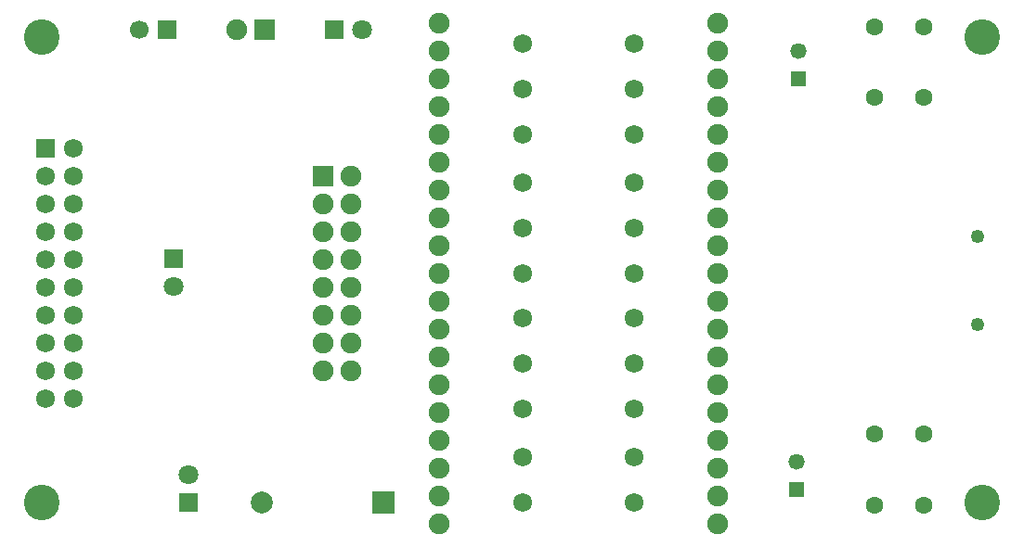
<source format=gbr>
G04 DipTrace 3.3.1.3*
G04 BottomMask.gbr*
%MOIN*%
G04 #@! TF.FileFunction,Soldermask,Bot*
G04 #@! TF.Part,Single*
%ADD19R,0.070866X0.070866*%
%ADD27R,0.066929X0.066929*%
%ADD28C,0.066929*%
%ADD43C,0.127953*%
%ADD44C,0.049213*%
%ADD62C,0.062992*%
%ADD64C,0.067874*%
%ADD66C,0.074803*%
%ADD67R,0.074803X0.074803*%
%ADD70C,0.067874*%
%ADD72R,0.067874X0.067874*%
%ADD74R,0.057874X0.057874*%
%ADD76C,0.057874*%
%ADD78C,0.07874*%
%ADD79R,0.07874X0.07874*%
%ADD80C,0.070866*%
%FSLAX26Y26*%
G04*
G70*
G90*
G75*
G01*
G04 BotMask*
%LPD*%
D19*
X1068701Y543702D3*
D80*
Y643702D3*
X1693701Y2243702D3*
D19*
X1593701D3*
D80*
X1016773Y1321851D3*
D19*
Y1421851D3*
D79*
X1768701Y543702D3*
D78*
X1333661D3*
D76*
X3252075Y690430D3*
D74*
Y590430D3*
D76*
X3259953Y2166876D3*
D74*
Y2066876D3*
D43*
X543701Y2218702D3*
Y543702D3*
X3918701D3*
Y2218702D3*
D72*
X555643Y1818702D3*
D70*
Y1718702D3*
Y1618702D3*
Y1518702D3*
Y1418702D3*
Y1318702D3*
Y1218702D3*
Y1118702D3*
Y1018702D3*
Y918702D3*
X655643D3*
Y1018702D3*
Y1118702D3*
Y1218702D3*
Y1318702D3*
Y1418702D3*
Y1518702D3*
Y1618702D3*
Y1718702D3*
Y1818702D3*
D27*
X993701Y2243702D3*
D28*
X893701D3*
D67*
X1343701D3*
D66*
X1243701D3*
D67*
X1551316Y1718702D3*
D66*
X1651316D3*
X1551316Y1618702D3*
X1651316D3*
X1551316Y1518702D3*
X1651316D3*
X1551316Y1418702D3*
X1651316D3*
X1551316Y1318702D3*
X1651316D3*
X1551316Y1218702D3*
X1651316D3*
X1551316Y1118702D3*
X1651316D3*
X1551316Y1018702D3*
X1651316D3*
D70*
X2668701Y1868702D3*
D64*
X2268701D3*
D70*
X2668701Y2193702D3*
D64*
X2268701D3*
D70*
X2668701Y1368702D3*
D64*
X2268701D3*
D70*
X2668701Y543702D3*
D64*
X2268701D3*
D70*
X2668701Y881202D3*
D64*
X2268701D3*
D70*
X2668701Y1531202D3*
D64*
X2268701D3*
D70*
X2668701Y1206202D3*
D64*
X2268701D3*
D70*
Y706202D3*
D64*
X2668701D3*
D70*
X2268701Y2031202D3*
D64*
X2668701D3*
D70*
X2268701Y1693702D3*
D64*
X2668701D3*
D70*
X2268701Y1043702D3*
D64*
X2668701D3*
D62*
X3709395Y533538D3*
Y789443D3*
X3532230D3*
Y533538D3*
X3709629Y2000124D3*
Y2256030D3*
X3532463D3*
Y2000124D3*
D44*
X3902636Y1185710D3*
Y1500158D3*
D66*
X2968701Y468702D3*
Y568702D3*
Y668702D3*
Y768702D3*
Y868702D3*
Y968702D3*
Y1068702D3*
Y1168702D3*
Y1268702D3*
Y1368702D3*
Y1468702D3*
Y1568702D3*
Y1668702D3*
Y1768702D3*
Y1868702D3*
Y1968702D3*
Y2068702D3*
Y2168702D3*
Y2268702D3*
X1968701D3*
Y2168702D3*
Y2068702D3*
Y1968702D3*
Y1868702D3*
Y1768702D3*
Y1668702D3*
Y1568702D3*
Y1468702D3*
Y1368702D3*
Y1268702D3*
Y1168702D3*
Y1068702D3*
Y968702D3*
Y868702D3*
Y768702D3*
Y668702D3*
Y568702D3*
Y468702D3*
M02*

</source>
